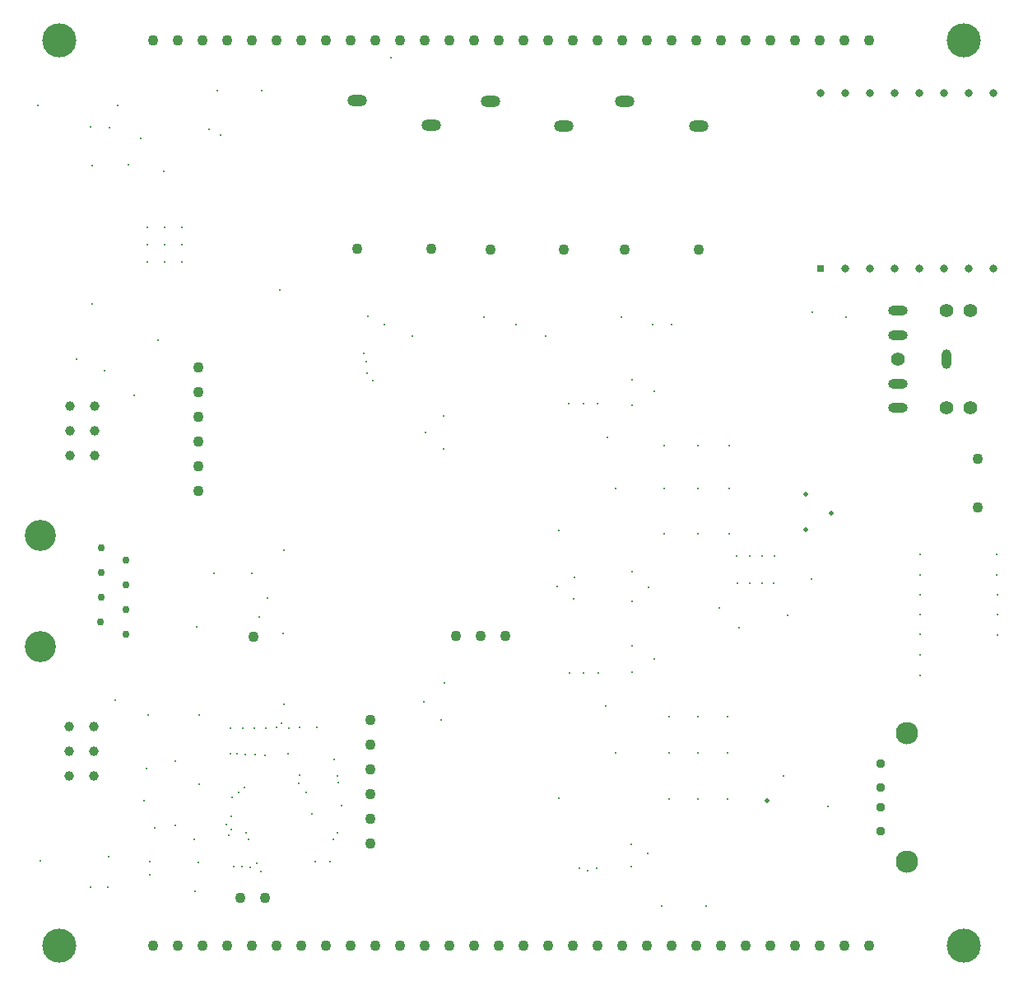
<source format=gbr>
%TF.GenerationSoftware,Altium Limited,Altium Designer,21.8.1 (53)*%
G04 Layer_Color=0*
%FSLAX45Y45*%
%MOMM*%
%TF.SameCoordinates,BA403207-4E74-424F-88DB-B819054AD5B4*%
%TF.FilePolarity,Positive*%
%TF.FileFunction,Plated,1,4,PTH,Drill*%
%TF.Part,Single*%
G01*
G75*
%TA.AperFunction,OtherDrill,Free Pad (93mm,-93mm)*%
%ADD131C,3.50000*%
%TA.AperFunction,OtherDrill,Free Pad (93mm,0mm)*%
%ADD132C,3.50000*%
%TA.AperFunction,OtherDrill,Free Pad (0mm,0mm)*%
%ADD133C,3.50000*%
%TA.AperFunction,OtherDrill,Free Pad (0mm,-93mm)*%
%ADD134C,3.50000*%
%TA.AperFunction,ComponentDrill*%
%ADD135C,1.10000*%
%ADD136C,1.10000*%
%ADD137C,3.20000*%
%ADD138C,0.76200*%
%ADD139O,2.00000X1.20000*%
%ADD140C,0.95000*%
%ADD141C,2.30000*%
%ADD142C,1.00000*%
%ADD143R,0.80000X0.80000*%
%ADD144C,0.80000*%
%ADD145O,1.00000X2.00000*%
%ADD146O,2.00000X1.00000*%
%ADD147C,1.40000*%
%TA.AperFunction,ViaDrill,NotFilled*%
%ADD148C,0.20000*%
%ADD149C,0.30000*%
%ADD150C,0.50000*%
D131*
X9300000Y-9300000D02*
D03*
D132*
Y0D02*
D03*
D133*
X0D02*
D03*
D134*
Y-9300000D02*
D03*
D135*
X4080000Y-6122000D02*
D03*
X4334000D02*
D03*
X4588000D02*
D03*
X1859160Y-8814302D02*
D03*
X2119160Y-8811802D02*
D03*
X1996660Y-6124302D02*
D03*
X2235500Y-9297500D02*
D03*
X1981500D02*
D03*
X1727500D02*
D03*
X1473500D02*
D03*
X1219500D02*
D03*
X965500D02*
D03*
X2236500Y5000D02*
D03*
X1982500D02*
D03*
X1728500D02*
D03*
X1474500D02*
D03*
X1220500D02*
D03*
X966500D02*
D03*
X6577500Y-2145000D02*
D03*
X5817500D02*
D03*
X5192500D02*
D03*
X4432500D02*
D03*
X3822500Y-2140000D02*
D03*
X3062500D02*
D03*
X9450000Y-4800000D02*
D03*
Y-4300000D02*
D03*
D136*
X3197580Y-8254386D02*
D03*
Y-8000386D02*
D03*
Y-7746386D02*
D03*
Y-7492386D02*
D03*
Y-7238386D02*
D03*
Y-6984386D02*
D03*
X8331500Y-9297500D02*
D03*
X8077500D02*
D03*
X7823500D02*
D03*
X7569500D02*
D03*
X7315500D02*
D03*
X7061500D02*
D03*
X6807500D02*
D03*
X6553500D02*
D03*
X6299500D02*
D03*
X6045500D02*
D03*
X5791500D02*
D03*
X5537500D02*
D03*
X5283500D02*
D03*
X5029500D02*
D03*
X4775500D02*
D03*
X4521500D02*
D03*
X4267500D02*
D03*
X4013500D02*
D03*
X3759500D02*
D03*
X3505500D02*
D03*
X3251500D02*
D03*
X2997500D02*
D03*
X2743500D02*
D03*
X2489500D02*
D03*
X8332500Y5000D02*
D03*
X8078500D02*
D03*
X7824500D02*
D03*
X7570500D02*
D03*
X7316500D02*
D03*
X7062500D02*
D03*
X6808500D02*
D03*
X6554500D02*
D03*
X6300500D02*
D03*
X6046500D02*
D03*
X5792500D02*
D03*
X5538500D02*
D03*
X5284500D02*
D03*
X5030500D02*
D03*
X4776500D02*
D03*
X4522500D02*
D03*
X4268500D02*
D03*
X4014500D02*
D03*
X3760500D02*
D03*
X3506500D02*
D03*
X3252500D02*
D03*
X2998500D02*
D03*
X2744500D02*
D03*
X2490500D02*
D03*
X1432772Y-4625255D02*
D03*
Y-4371255D02*
D03*
Y-4117255D02*
D03*
Y-3863255D02*
D03*
Y-3609255D02*
D03*
Y-3355255D02*
D03*
D137*
X-200000Y-6232000D02*
D03*
Y-5089000D02*
D03*
D138*
X684000Y-5339000D02*
D03*
Y-6101000D02*
D03*
Y-5847000D02*
D03*
Y-5593000D02*
D03*
X420000Y-5974000D02*
D03*
X430000Y-5720000D02*
D03*
Y-5466000D02*
D03*
Y-5212000D02*
D03*
D139*
X6577500Y-875000D02*
D03*
X5817500Y-621000D02*
D03*
X5192500Y-875000D02*
D03*
X4432500Y-621000D02*
D03*
X3822500Y-870000D02*
D03*
X3062500Y-616000D02*
D03*
D140*
X8452540Y-7428042D02*
D03*
Y-7678042D02*
D03*
Y-7878042D02*
D03*
Y-8128042D02*
D03*
D141*
X8723540Y-7121042D02*
D03*
Y-8435042D02*
D03*
D142*
X364000Y-4260000D02*
D03*
X110000D02*
D03*
Y-4006000D02*
D03*
Y-3752000D02*
D03*
X364000D02*
D03*
Y-4006000D02*
D03*
X354000Y-7300000D02*
D03*
Y-7046000D02*
D03*
X100000D02*
D03*
Y-7300000D02*
D03*
Y-7554000D02*
D03*
X354000D02*
D03*
D143*
X7834020Y-2343474D02*
D03*
D144*
X8088020D02*
D03*
X8342020D02*
D03*
X8596020D02*
D03*
X8850020D02*
D03*
X9104020D02*
D03*
X9358020D02*
D03*
X9612020D02*
D03*
X7834020Y-540074D02*
D03*
X8088020D02*
D03*
X8342020D02*
D03*
X8596020D02*
D03*
X8850020D02*
D03*
X9104020D02*
D03*
X9358020D02*
D03*
X9612020D02*
D03*
D145*
X9123824Y-3275977D02*
D03*
D146*
X8623824Y-3775977D02*
D03*
Y-3525977D02*
D03*
Y-3025977D02*
D03*
Y-2775977D02*
D03*
D147*
Y-3275977D02*
D03*
X9123824Y-3775977D02*
D03*
Y-2775977D02*
D03*
X9373824D02*
D03*
Y-3775977D02*
D03*
D148*
X6199084Y-8895914D02*
D03*
X602199Y-666734D02*
D03*
X2535249Y-7730378D02*
D03*
X2137438Y-5729931D02*
D03*
X1655124Y-967248D02*
D03*
X505844Y-8384084D02*
D03*
X575844Y-6776584D02*
D03*
X2116588Y-7343566D02*
D03*
X2647700Y-7061059D02*
D03*
X1760200Y-7330000D02*
D03*
X1887367Y-7067279D02*
D03*
X2355400Y-7331426D02*
D03*
X2360335Y-7063349D02*
D03*
X2475199Y-7060290D02*
D03*
X1909840Y-7336384D02*
D03*
X2015239Y-7335143D02*
D03*
X2286758Y-7018463D02*
D03*
X1762700Y-7070000D02*
D03*
X1827500Y-7332500D02*
D03*
X2001401Y-7067978D02*
D03*
X2120602Y-7065774D02*
D03*
X2230001Y-7060000D02*
D03*
X1438765Y-7643102D02*
D03*
X1847150Y-7728887D02*
D03*
X2471191Y-7547647D02*
D03*
X2904055Y-7863309D02*
D03*
X2819293Y-8205365D02*
D03*
X2076990Y-8537110D02*
D03*
X1916676Y-8143486D02*
D03*
X1743921Y-8168375D02*
D03*
X1767025Y-8103769D02*
D03*
X7489399Y-5904786D02*
D03*
X2307722Y-6820200D02*
D03*
X1073755Y-1345347D02*
D03*
X713440Y-1276698D02*
D03*
X839929Y-1005141D02*
D03*
X1018445Y-3080454D02*
D03*
X1906272Y-7676321D02*
D03*
X1980557Y-5476131D02*
D03*
X1626807Y-514244D02*
D03*
X2084525Y-516101D02*
D03*
X1793067Y-8488494D02*
D03*
X7909709Y-7873169D02*
D03*
X2052256Y-5924472D02*
D03*
X3165849Y-3416740D02*
D03*
X1880546Y-8489755D02*
D03*
X8090129Y-2838733D02*
D03*
X3223010Y-3489518D02*
D03*
X2824999Y-7386020D02*
D03*
X2859533Y-7554034D02*
D03*
X2864949Y-7628554D02*
D03*
X1966864Y-8493588D02*
D03*
X2027300Y-8458134D02*
D03*
X1945000Y-8207500D02*
D03*
X2864752Y-8137700D02*
D03*
X1780339Y-7779351D02*
D03*
X1390000Y-8210000D02*
D03*
X6652730Y-8895657D02*
D03*
X7453353Y-7556831D02*
D03*
X3175783Y-2835389D02*
D03*
X4369415Y-2838247D02*
D03*
X2465400Y-7630000D02*
D03*
X3344421Y-2921250D02*
D03*
X3156708Y-3301329D02*
D03*
X3132490Y-3214217D02*
D03*
X1767500Y-7972500D02*
D03*
X1539824Y-911493D02*
D03*
X3407862Y-175397D02*
D03*
X6100000Y-2920000D02*
D03*
X5777500Y-2837500D02*
D03*
X4700000Y-2920000D02*
D03*
X1720000Y-8054700D02*
D03*
X2595000Y-7950000D02*
D03*
D149*
X1409565Y-6028039D02*
D03*
X7352201Y-5572158D02*
D03*
X7227895D02*
D03*
X6971935D02*
D03*
X7099688D02*
D03*
X909240Y-6927907D02*
D03*
X1192175Y-8065503D02*
D03*
X869425Y-7811084D02*
D03*
X467927Y-3391255D02*
D03*
X5634231Y-4074962D02*
D03*
X8858072Y-5697479D02*
D03*
Y-5900636D02*
D03*
Y-6104877D02*
D03*
Y-6314192D02*
D03*
Y-6520970D02*
D03*
X1192621Y-7403739D02*
D03*
X2632593Y-8441962D02*
D03*
X2780856Y-8440753D02*
D03*
X7738006Y-5537856D02*
D03*
X2271082Y-2566163D02*
D03*
X2309070Y-5239684D02*
D03*
X3957633Y-6599003D02*
D03*
X3930828Y-6978308D02*
D03*
X3750828Y-6798308D02*
D03*
X7100539Y-5298020D02*
D03*
X6971084D02*
D03*
X6789242Y-5829829D02*
D03*
X6989214Y-6035939D02*
D03*
X7354083Y-5298020D02*
D03*
X7229776D02*
D03*
X8858072Y-5490506D02*
D03*
X2302295Y-6096787D02*
D03*
X1592554Y-5476474D02*
D03*
X5890188Y-3485288D02*
D03*
X8858072Y-5280535D02*
D03*
X6890188Y-4165922D02*
D03*
X1430208Y-8450302D02*
D03*
X5436462Y-8532609D02*
D03*
X5350133Y-8509202D02*
D03*
X5524469D02*
D03*
X1395000Y-8740000D02*
D03*
X5880133Y-8489202D02*
D03*
X6270133Y-7323802D02*
D03*
X5725133D02*
D03*
X6570133D02*
D03*
X6870133D02*
D03*
X6050133Y-8356502D02*
D03*
X9647233Y-5697313D02*
D03*
X9649744Y-5900649D02*
D03*
Y-6108067D02*
D03*
X9645000Y-5490000D02*
D03*
X9645000Y-5280000D02*
D03*
X6300000Y-2920000D02*
D03*
X5000000Y-3040000D02*
D03*
X6570188Y-4605922D02*
D03*
Y-4165922D02*
D03*
X6890188Y-5065922D02*
D03*
Y-4605922D02*
D03*
X5390187Y-3730922D02*
D03*
X5540187D02*
D03*
X5720188Y-4605922D02*
D03*
X5890188Y-3745922D02*
D03*
X5895187Y-5760922D02*
D03*
Y-5460923D02*
D03*
X6065187Y-5620922D02*
D03*
X6120188Y-3605922D02*
D03*
X6220188Y-5065922D02*
D03*
Y-4165922D02*
D03*
Y-4605922D02*
D03*
X6570188Y-5065922D02*
D03*
X5294189Y-5735922D02*
D03*
X3770188Y-4025922D02*
D03*
X3950188Y-3855922D02*
D03*
Y-4195923D02*
D03*
X5295187Y-5520922D02*
D03*
X5125187Y-5610922D02*
D03*
X5135187Y-5030923D02*
D03*
X5240187Y-3730922D02*
D03*
X3635000Y-3035000D02*
D03*
X930000Y-8440000D02*
D03*
X900062Y-7480284D02*
D03*
X5622633Y-6839002D02*
D03*
X6870133Y-6946502D02*
D03*
X6570133D02*
D03*
X6270133D02*
D03*
X5140133Y-7789202D02*
D03*
X5880133Y-8256502D02*
D03*
X5545133Y-6496502D02*
D03*
X5395133D02*
D03*
X5245133D02*
D03*
X6870133Y-7796502D02*
D03*
X6270133D02*
D03*
X7742451Y-2787164D02*
D03*
X180000Y-3270000D02*
D03*
X1440000Y-6930000D02*
D03*
X6120133Y-6356502D02*
D03*
X5890133Y-6216502D02*
D03*
Y-6486502D02*
D03*
X6570133Y-7796502D02*
D03*
X317926Y-885000D02*
D03*
X767500Y-3642500D02*
D03*
X-225000Y-667500D02*
D03*
X512205Y-889999D02*
D03*
X985000Y-8092500D02*
D03*
X930000Y-8570000D02*
D03*
X500000Y-8700000D02*
D03*
X320000D02*
D03*
X-200000Y-8430000D02*
D03*
X904100Y-2277633D02*
D03*
Y-1917633D02*
D03*
X334100Y-1287633D02*
D03*
X904100Y-2097633D02*
D03*
X334100Y-2707633D02*
D03*
X1264100Y-2277633D02*
D03*
Y-2097633D02*
D03*
Y-1917633D02*
D03*
X1084100D02*
D03*
Y-2277633D02*
D03*
Y-2097633D02*
D03*
D150*
X7280384Y-7808457D02*
D03*
X7936742Y-4852877D02*
D03*
X7677192Y-4665332D02*
D03*
X7678507Y-5025739D02*
D03*
%TF.MD5,c0d1de680a02e1a6220ae78de2c783fb*%
M02*

</source>
